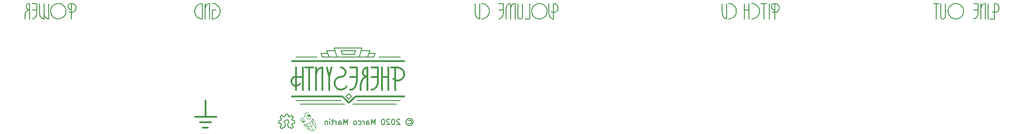
<source format=gbr>
G04 #@! TF.GenerationSoftware,KiCad,Pcbnew,5.1.5-5.1.5*
G04 #@! TF.CreationDate,2020-10-28T11:58:53+01:00*
G04 #@! TF.ProjectId,theresynth-backpanel,74686572-6573-4796-9e74-682d6261636b,rev?*
G04 #@! TF.SameCoordinates,Original*
G04 #@! TF.FileFunction,Legend,Bot*
G04 #@! TF.FilePolarity,Positive*
%FSLAX46Y46*%
G04 Gerber Fmt 4.6, Leading zero omitted, Abs format (unit mm)*
G04 Created by KiCad (PCBNEW 5.1.5-5.1.5) date 2020-10-28 11:58:53*
%MOMM*%
%LPD*%
G04 APERTURE LIST*
%ADD10C,0.180000*%
%ADD11C,0.300000*%
%ADD12C,0.150000*%
%ADD13C,0.100000*%
%ADD14C,0.120000*%
G04 APERTURE END LIST*
D10*
X137603165Y-40938963D02*
X137509045Y-41025097D01*
X137509045Y-41025097D02*
X137406805Y-41103192D01*
X137406805Y-41103192D02*
X137296260Y-41172856D01*
X137296260Y-41172856D02*
X137176176Y-41233895D01*
X137176176Y-41233895D02*
X137045802Y-41285209D01*
X137045802Y-41285209D02*
X136903873Y-41325292D01*
X136903873Y-41325292D02*
X136749578Y-41351738D01*
X136749578Y-41351738D02*
X136583459Y-41361339D01*
X136243308Y-38470000D02*
X136243308Y-41361339D01*
X135392913Y-40170788D02*
X135392913Y-38470000D01*
X136583459Y-38477176D02*
X136754137Y-38487168D01*
X136754137Y-38487168D02*
X136910222Y-38514352D01*
X136910222Y-38514352D02*
X137051465Y-38554810D01*
X137051465Y-38554810D02*
X137180664Y-38606257D01*
X137180664Y-38606257D02*
X137300317Y-38667690D01*
X137300317Y-38667690D02*
X137410730Y-38737910D01*
X137410730Y-38737910D02*
X137512592Y-38816350D01*
X137512592Y-38816350D02*
X137608118Y-38904531D01*
X137608118Y-38904531D02*
X137693821Y-38999037D01*
X137693821Y-38999037D02*
X137771608Y-39101772D01*
X137771608Y-39101772D02*
X137841473Y-39213751D01*
X137841473Y-39213751D02*
X137901958Y-39334283D01*
X137901958Y-39334283D02*
X137952228Y-39464073D01*
X137952228Y-39464073D02*
X137991328Y-39605588D01*
X137991328Y-39605588D02*
X138017018Y-39761594D01*
X138017018Y-39761594D02*
X138025541Y-39919257D01*
X138025541Y-39919257D02*
X138015473Y-40089372D01*
X138015473Y-40089372D02*
X137988445Y-40244237D01*
X137988445Y-40244237D02*
X137948172Y-40385245D01*
X137948172Y-40385245D02*
X137896967Y-40514478D01*
X137896967Y-40514478D02*
X137836103Y-40633731D01*
X137836103Y-40633731D02*
X137766288Y-40744189D01*
X137766288Y-40744189D02*
X137687872Y-40846548D01*
X137687872Y-40846548D02*
X137603165Y-40938963D01*
X136243308Y-41361339D02*
X136080486Y-41343073D01*
X136080486Y-41343073D02*
X135946297Y-41297149D01*
X135946297Y-41297149D02*
X135830814Y-41230079D01*
X135830814Y-41230079D02*
X135732078Y-41146769D01*
X135732078Y-41146769D02*
X135648002Y-41050361D01*
X135648002Y-41050361D02*
X135575353Y-40939938D01*
X135575353Y-40939938D02*
X135515346Y-40819169D01*
X135515346Y-40819169D02*
X135466877Y-40687450D01*
X135466877Y-40687450D02*
X135428200Y-40535937D01*
X135428200Y-40535937D02*
X135403958Y-40379026D01*
X135403958Y-40379026D02*
X135393243Y-40207488D01*
X135393243Y-40207488D02*
X135392913Y-40170788D01*
X55960630Y-38467638D02*
X55960630Y-41358977D01*
X150506451Y-39958178D02*
X150401156Y-40033474D01*
X150401156Y-40033474D02*
X150279105Y-40094139D01*
X150279105Y-40094139D02*
X150140167Y-40135940D01*
X150140167Y-40135940D02*
X149976861Y-40153473D01*
X149976861Y-40153473D02*
X149808842Y-40137881D01*
X149808842Y-40137881D02*
X149668660Y-40097337D01*
X149668660Y-40097337D02*
X149552363Y-40041649D01*
X226316804Y-39917265D02*
X226304607Y-40104596D01*
X226304607Y-40104596D02*
X226275853Y-40258612D01*
X226275853Y-40258612D02*
X226233896Y-40399236D01*
X226233896Y-40399236D02*
X226181391Y-40527361D01*
X226181391Y-40527361D02*
X226118830Y-40646499D01*
X226118830Y-40646499D02*
X226047989Y-40755747D01*
X226047989Y-40755747D02*
X225968853Y-40856692D01*
X225968853Y-40856692D02*
X225881365Y-40949907D01*
X225881365Y-40949907D02*
X225784799Y-41035937D01*
X225784799Y-41035937D02*
X225680491Y-41113239D01*
X225680491Y-41113239D02*
X225595763Y-41166145D01*
X220706301Y-38470000D02*
X221726773Y-38470000D01*
X85106301Y-38467638D02*
X85106301Y-38467638D01*
X222917154Y-40974702D02*
X222885486Y-41123715D01*
X222885486Y-41123715D02*
X222812693Y-41233037D01*
X222812693Y-41233037D02*
X222711144Y-41311872D01*
X222711144Y-41311872D02*
X222704639Y-41315424D01*
X60212600Y-38467638D02*
X60053786Y-38489176D01*
X60053786Y-38489176D02*
X59925620Y-38541659D01*
X59925620Y-38541659D02*
X59819771Y-38616440D01*
X59819771Y-38616440D02*
X59733317Y-38711106D01*
X59733317Y-38711106D02*
X59667393Y-38825673D01*
X59667393Y-38825673D02*
X59626086Y-38965157D01*
X59626086Y-38965157D02*
X59617989Y-39063579D01*
X183603165Y-40938963D02*
X183509045Y-41025097D01*
X183509045Y-41025097D02*
X183406805Y-41103192D01*
X183406805Y-41103192D02*
X183296260Y-41172856D01*
X183296260Y-41172856D02*
X183176176Y-41233895D01*
X183176176Y-41233895D02*
X183045802Y-41285209D01*
X183045802Y-41285209D02*
X182903873Y-41325292D01*
X182903873Y-41325292D02*
X182749578Y-41351738D01*
X182749578Y-41351738D02*
X182583459Y-41361339D01*
X191953252Y-39019222D02*
X191991290Y-39161695D01*
X191991290Y-39161695D02*
X192003220Y-39331031D01*
X192003220Y-39331031D02*
X191982051Y-39493224D01*
X191982051Y-39493224D02*
X191937685Y-39629938D01*
X191937685Y-39629938D02*
X191875995Y-39748457D01*
X191875995Y-39748457D02*
X191798634Y-39852754D01*
X191798634Y-39852754D02*
X191707531Y-39942498D01*
X191707531Y-39942498D02*
X191705372Y-39944321D01*
X191168723Y-38469890D02*
X191333339Y-38486230D01*
X191333339Y-38486230D02*
X191473423Y-38527436D01*
X191473423Y-38527436D02*
X191595750Y-38587355D01*
X191595750Y-38587355D02*
X191701833Y-38662252D01*
X191701833Y-38662252D02*
X191793724Y-38751184D01*
X191793724Y-38751184D02*
X191871511Y-38854006D01*
X191871511Y-38854006D02*
X191934500Y-38972174D01*
X191934500Y-38972174D02*
X191953252Y-39019222D01*
X185535434Y-41361339D02*
X185535434Y-38470000D01*
X83576361Y-38897190D02*
X83489325Y-38992366D01*
X83489325Y-38992366D02*
X83410865Y-39095356D01*
X83410865Y-39095356D02*
X83341374Y-39206002D01*
X83341374Y-39206002D02*
X83280745Y-39325674D01*
X83280745Y-39325674D02*
X83229930Y-39455063D01*
X83229930Y-39455063D02*
X83190024Y-39596473D01*
X83190024Y-39596473D02*
X83163528Y-39751181D01*
X83163528Y-39751181D02*
X83153985Y-39916896D01*
X222917290Y-40976063D02*
X222917154Y-40974702D01*
X59203192Y-39914903D02*
X59203192Y-39914903D01*
X185535434Y-39660551D02*
X186385828Y-39660551D01*
X186385828Y-41361339D02*
X186385828Y-38470000D01*
X188596852Y-38470000D02*
X189617324Y-38470000D01*
X148072031Y-41172760D02*
X147952801Y-41234397D01*
X147952801Y-41234397D02*
X147824425Y-41286060D01*
X147824425Y-41286060D02*
X147684887Y-41326801D01*
X147684887Y-41326801D02*
X147532239Y-41354534D01*
X147532239Y-41354534D02*
X147363388Y-41365907D01*
X147363388Y-41365907D02*
X147191498Y-41357121D01*
X147191498Y-41357121D02*
X147037104Y-41331412D01*
X147037104Y-41331412D02*
X146894328Y-41291779D01*
X146894328Y-41291779D02*
X146760032Y-41239333D01*
X146760032Y-41239333D02*
X146640095Y-41178563D01*
X146640095Y-41178563D02*
X146629949Y-41172760D01*
X187915772Y-40938963D02*
X187821652Y-41025097D01*
X187821652Y-41025097D02*
X187719412Y-41103192D01*
X187719412Y-41103192D02*
X187608867Y-41172856D01*
X187608867Y-41172856D02*
X187488783Y-41233895D01*
X187488783Y-41233895D02*
X187358409Y-41285209D01*
X187358409Y-41285209D02*
X187216480Y-41325292D01*
X187216480Y-41325292D02*
X187062185Y-41351738D01*
X187062185Y-41351738D02*
X186896066Y-41361339D01*
X188338148Y-39919257D02*
X188328080Y-40089372D01*
X188328080Y-40089372D02*
X188301051Y-40244237D01*
X188301051Y-40244237D02*
X188260778Y-40385245D01*
X188260778Y-40385245D02*
X188209573Y-40514478D01*
X188209573Y-40514478D02*
X188148710Y-40633731D01*
X188148710Y-40633731D02*
X188078895Y-40744189D01*
X188078895Y-40744189D02*
X188000479Y-40846548D01*
X188000479Y-40846548D02*
X187915772Y-40938963D01*
X222067095Y-40974702D02*
X222066925Y-40976233D01*
X186896066Y-38477176D02*
X187066744Y-38487168D01*
X187066744Y-38487168D02*
X187222829Y-38514352D01*
X187222829Y-38514352D02*
X187364072Y-38554810D01*
X187364072Y-38554810D02*
X187493271Y-38606257D01*
X187493271Y-38606257D02*
X187612924Y-38667690D01*
X187612924Y-38667690D02*
X187723337Y-38737910D01*
X187723337Y-38737910D02*
X187825199Y-38816350D01*
X187825199Y-38816350D02*
X187920725Y-38904531D01*
X187920725Y-38904531D02*
X188006428Y-38999037D01*
X188006428Y-38999037D02*
X188084215Y-39101772D01*
X188084215Y-39101772D02*
X188154080Y-39213751D01*
X188154080Y-39213751D02*
X188214565Y-39334283D01*
X188214565Y-39334283D02*
X188264835Y-39464073D01*
X188264835Y-39464073D02*
X188303935Y-39605588D01*
X188303935Y-39605588D02*
X188329625Y-39761594D01*
X188329625Y-39761594D02*
X188338148Y-39919257D01*
X189107088Y-41361339D02*
X189107088Y-38470000D01*
X85106301Y-39658189D02*
X85106301Y-41358977D01*
X53749608Y-38488898D02*
X52899214Y-38488898D01*
X59203192Y-39914903D02*
X59190995Y-40102234D01*
X59190995Y-40102234D02*
X59162241Y-40256250D01*
X59162241Y-40256250D02*
X59120284Y-40396874D01*
X59120284Y-40396874D02*
X59067779Y-40524999D01*
X59067779Y-40524999D02*
X59005218Y-40644137D01*
X59005218Y-40644137D02*
X58934377Y-40753385D01*
X58934377Y-40753385D02*
X58855241Y-40854330D01*
X58855241Y-40854330D02*
X58767753Y-40947545D01*
X58767753Y-40947545D02*
X58671187Y-41033574D01*
X58671187Y-41033574D02*
X58566879Y-41110876D01*
X58566879Y-41110876D02*
X58482151Y-41163782D01*
X84596068Y-38474814D02*
X84423744Y-38485137D01*
X84423744Y-38485137D02*
X84269198Y-38512338D01*
X84269198Y-38512338D02*
X84129030Y-38552529D01*
X84129030Y-38552529D02*
X84000085Y-38603723D01*
X84000085Y-38603723D02*
X83879432Y-38665471D01*
X83879432Y-38665471D02*
X83767729Y-38736437D01*
X83767729Y-38736437D02*
X83665472Y-38815250D01*
X83665472Y-38815250D02*
X83576361Y-38897190D01*
X52388978Y-41358978D02*
X52388978Y-38467640D01*
X182583459Y-38477176D02*
X182754137Y-38487168D01*
X182754137Y-38487168D02*
X182910222Y-38514352D01*
X182910222Y-38514352D02*
X183051465Y-38554810D01*
X183051465Y-38554810D02*
X183180664Y-38606257D01*
X183180664Y-38606257D02*
X183300317Y-38667690D01*
X183300317Y-38667690D02*
X183410730Y-38737910D01*
X183410730Y-38737910D02*
X183512592Y-38816350D01*
X183512592Y-38816350D02*
X183608118Y-38904531D01*
X183608118Y-38904531D02*
X183693821Y-38999037D01*
X183693821Y-38999037D02*
X183771608Y-39101772D01*
X183771608Y-39101772D02*
X183841473Y-39213751D01*
X183841473Y-39213751D02*
X183901958Y-39334283D01*
X183901958Y-39334283D02*
X183952228Y-39464073D01*
X183952228Y-39464073D02*
X183991328Y-39605588D01*
X183991328Y-39605588D02*
X184017018Y-39761594D01*
X184017018Y-39761594D02*
X184025541Y-39919257D01*
X190127560Y-41361339D02*
X190127560Y-38470000D01*
X149969801Y-38483747D02*
X150134417Y-38500087D01*
X150134417Y-38500087D02*
X150274501Y-38541293D01*
X150274501Y-38541293D02*
X150396828Y-38601212D01*
X150396828Y-38601212D02*
X150502911Y-38676109D01*
X150502911Y-38676109D02*
X150594802Y-38765041D01*
X150594802Y-38765041D02*
X150672589Y-38867863D01*
X150672589Y-38867863D02*
X150735578Y-38986031D01*
X150735578Y-38986031D02*
X150754330Y-39033079D01*
X191148033Y-38470000D02*
X191148033Y-38470000D01*
X87909011Y-39914425D02*
X87898944Y-40085705D01*
X87898944Y-40085705D02*
X87872331Y-40239139D01*
X87872331Y-40239139D02*
X87832170Y-40380345D01*
X87832170Y-40380345D02*
X87780941Y-40509819D01*
X87780941Y-40509819D02*
X87719572Y-40630011D01*
X87719572Y-40630011D02*
X87646083Y-40745629D01*
X87646083Y-40745629D02*
X87566507Y-40848520D01*
X87566507Y-40848520D02*
X87479342Y-40942617D01*
X87479342Y-40942617D02*
X87384641Y-41028321D01*
X87384641Y-41028321D02*
X87281278Y-41106397D01*
X87281278Y-41106397D02*
X87169100Y-41176174D01*
X87169100Y-41176174D02*
X87048889Y-41236311D01*
X87048889Y-41236311D02*
X86913697Y-41288183D01*
X86913697Y-41288183D02*
X86765799Y-41327851D01*
X86765799Y-41327851D02*
X86609255Y-41352012D01*
X86609255Y-41352012D02*
X86466929Y-41358977D01*
X86466929Y-39658189D02*
X87147247Y-39658189D01*
X86466929Y-41358977D02*
X86466929Y-39658189D01*
X60212600Y-38467638D02*
X60212600Y-38467638D01*
X55960630Y-41358977D02*
X55797808Y-41340711D01*
X55797808Y-41340711D02*
X55663619Y-41294787D01*
X55663619Y-41294787D02*
X55548137Y-41227717D01*
X55548137Y-41227717D02*
X55449401Y-41144407D01*
X55449401Y-41144407D02*
X55365327Y-41047998D01*
X55365327Y-41047998D02*
X55292678Y-40937575D01*
X55292678Y-40937575D02*
X55232671Y-40816806D01*
X55232671Y-40816806D02*
X55184202Y-40685087D01*
X55184202Y-40685087D02*
X55145525Y-40533575D01*
X55145525Y-40533575D02*
X55121283Y-40376664D01*
X55121283Y-40376664D02*
X55110568Y-40205126D01*
X55110568Y-40205126D02*
X55110238Y-40168426D01*
X52388978Y-38467640D02*
X52388978Y-38467640D01*
X191148033Y-41361339D02*
X191148033Y-38470000D01*
X190553422Y-39065941D02*
X190575106Y-39225628D01*
X190575106Y-39225628D02*
X190628435Y-39355267D01*
X190628435Y-39355267D02*
X190703416Y-39460765D01*
X190703416Y-39460765D02*
X190798373Y-39546928D01*
X190798373Y-39546928D02*
X190913665Y-39612579D01*
X190913665Y-39612579D02*
X191053329Y-39653048D01*
X191053329Y-39653048D02*
X191148033Y-39660551D01*
X191148033Y-38470000D02*
X190989219Y-38491538D01*
X190989219Y-38491538D02*
X190861053Y-38544021D01*
X190861053Y-38544021D02*
X190755204Y-38618802D01*
X190755204Y-38618802D02*
X190668750Y-38713468D01*
X190668750Y-38713468D02*
X190602826Y-38828035D01*
X190602826Y-38828035D02*
X190561519Y-38967519D01*
X190561519Y-38967519D02*
X190553422Y-39065941D01*
X57040069Y-38666023D02*
X57159292Y-38604376D01*
X57159292Y-38604376D02*
X57290111Y-38551864D01*
X57290111Y-38551864D02*
X57430062Y-38511299D01*
X57430062Y-38511299D02*
X57582754Y-38483878D01*
X57582754Y-38483878D02*
X57757460Y-38472822D01*
X57757460Y-38472822D02*
X57927853Y-38482480D01*
X57927853Y-38482480D02*
X58083573Y-38509303D01*
X58083573Y-38509303D02*
X58226512Y-38549945D01*
X58226512Y-38549945D02*
X58357494Y-38601897D01*
X58357494Y-38601897D02*
X58477570Y-38663388D01*
X58477570Y-38663388D02*
X58482151Y-38666023D01*
X54259846Y-40168426D02*
X54259846Y-38467638D01*
X51794367Y-39063578D02*
X51816051Y-39223265D01*
X51816051Y-39223265D02*
X51869380Y-39352904D01*
X51869380Y-39352904D02*
X51944361Y-39458402D01*
X51944361Y-39458402D02*
X52039318Y-39544565D01*
X52039318Y-39544565D02*
X52154610Y-39610216D01*
X52154610Y-39610216D02*
X52294274Y-39650686D01*
X52294274Y-39650686D02*
X52388978Y-39658189D01*
X55110238Y-41358977D02*
X54947415Y-41340711D01*
X54947415Y-41340711D02*
X54813226Y-41294787D01*
X54813226Y-41294787D02*
X54697744Y-41227717D01*
X54697744Y-41227717D02*
X54599008Y-41144407D01*
X54599008Y-41144407D02*
X54514933Y-41047998D01*
X54514933Y-41047998D02*
X54442284Y-40937575D01*
X54442284Y-40937575D02*
X54382279Y-40816806D01*
X54382279Y-40816806D02*
X54333810Y-40685087D01*
X54333810Y-40685087D02*
X54295133Y-40533575D01*
X54295133Y-40533575D02*
X54270891Y-40376664D01*
X54270891Y-40376664D02*
X54260176Y-40205126D01*
X54260176Y-40205126D02*
X54259846Y-40168426D01*
X60234064Y-38467528D02*
X60398680Y-38483867D01*
X60398680Y-38483867D02*
X60538764Y-38525073D01*
X60538764Y-38525073D02*
X60661091Y-38584992D01*
X60661091Y-38584992D02*
X60767174Y-38659889D01*
X60767174Y-38659889D02*
X60859065Y-38748821D01*
X60859065Y-38748821D02*
X60936852Y-38851643D01*
X60936852Y-38851643D02*
X60999841Y-38969812D01*
X60999841Y-38969812D02*
X61018593Y-39016860D01*
X85956694Y-38467638D02*
X85793354Y-38486016D01*
X85793354Y-38486016D02*
X85657474Y-38532843D01*
X85657474Y-38532843D02*
X85542910Y-38599807D01*
X85542910Y-38599807D02*
X85445335Y-38682325D01*
X85445335Y-38682325D02*
X85361389Y-38778610D01*
X85361389Y-38778610D02*
X85289325Y-38888009D01*
X85289325Y-38888009D02*
X85229221Y-39008667D01*
X85229221Y-39008667D02*
X85180585Y-39140490D01*
X85180585Y-39140490D02*
X85143541Y-39283542D01*
X85143541Y-39283542D02*
X85118547Y-39439167D01*
X85118547Y-39439167D02*
X85106929Y-39607683D01*
X85106929Y-39607683D02*
X85106301Y-39658189D01*
X51538584Y-40848742D02*
X51538584Y-41358978D01*
X181392913Y-40170788D02*
X181392913Y-38470000D01*
X60212600Y-41358977D02*
X60212600Y-38467638D01*
X59617989Y-39063579D02*
X59639673Y-39223266D01*
X59639673Y-39223266D02*
X59693002Y-39352905D01*
X59693002Y-39352905D02*
X59767983Y-39458403D01*
X59767983Y-39458403D02*
X59862940Y-39544566D01*
X59862940Y-39544566D02*
X59978232Y-39610217D01*
X59978232Y-39610217D02*
X60117896Y-39650686D01*
X60117896Y-39650686D02*
X60212600Y-39658189D01*
X53749608Y-40168426D02*
X53749608Y-38488898D01*
X226316804Y-39917265D02*
X226316804Y-39917265D01*
X224153681Y-38668385D02*
X224272904Y-38606738D01*
X224272904Y-38606738D02*
X224403723Y-38554226D01*
X224403723Y-38554226D02*
X224543674Y-38513661D01*
X224543674Y-38513661D02*
X224696366Y-38486240D01*
X224696366Y-38486240D02*
X224871072Y-38475184D01*
X224871072Y-38475184D02*
X225041465Y-38484842D01*
X225041465Y-38484842D02*
X225197185Y-38511665D01*
X225197185Y-38511665D02*
X225340124Y-38552307D01*
X225340124Y-38552307D02*
X225471106Y-38604259D01*
X225471106Y-38604259D02*
X225591182Y-38665750D01*
X225591182Y-38665750D02*
X225595763Y-38668385D01*
X84596068Y-41361448D02*
X84596068Y-38470109D01*
X58482151Y-41163782D02*
X58362921Y-41225419D01*
X58362921Y-41225419D02*
X58234545Y-41277082D01*
X58234545Y-41277082D02*
X58095007Y-41317823D01*
X58095007Y-41317823D02*
X57942359Y-41345556D01*
X57942359Y-41345556D02*
X57773508Y-41356929D01*
X57773508Y-41356929D02*
X57601618Y-41348143D01*
X57601618Y-41348143D02*
X57447224Y-41322434D01*
X57447224Y-41322434D02*
X57304448Y-41282801D01*
X57304448Y-41282801D02*
X57170152Y-41230355D01*
X57170152Y-41230355D02*
X57050215Y-41169585D01*
X57050215Y-41169585D02*
X57040069Y-41163782D01*
X61018593Y-39016860D02*
X61056631Y-39159333D01*
X61056631Y-39159333D02*
X61068561Y-39328669D01*
X61068561Y-39328669D02*
X61047392Y-39490862D01*
X61047392Y-39490862D02*
X61003026Y-39627575D01*
X61003026Y-39627575D02*
X60941336Y-39746094D01*
X60941336Y-39746094D02*
X60863975Y-39850391D01*
X60863975Y-39850391D02*
X60772872Y-39940136D01*
X60772872Y-39940136D02*
X60770713Y-39941959D01*
X148793072Y-39923880D02*
X148780875Y-40111211D01*
X148780875Y-40111211D02*
X148752121Y-40265227D01*
X148752121Y-40265227D02*
X148710164Y-40405851D01*
X148710164Y-40405851D02*
X148657659Y-40533976D01*
X148657659Y-40533976D02*
X148595098Y-40653114D01*
X148595098Y-40653114D02*
X148524257Y-40762362D01*
X148524257Y-40762362D02*
X148445121Y-40863307D01*
X148445121Y-40863307D02*
X148357633Y-40956522D01*
X148357633Y-40956522D02*
X148261067Y-41042552D01*
X148261067Y-41042552D02*
X148156759Y-41119854D01*
X148156759Y-41119854D02*
X148072031Y-41172760D01*
X149970080Y-38482599D02*
X149970080Y-41373937D01*
X182243308Y-41361339D02*
X182080486Y-41343073D01*
X182080486Y-41343073D02*
X181946297Y-41297149D01*
X181946297Y-41297149D02*
X181830814Y-41230079D01*
X181830814Y-41230079D02*
X181732078Y-41146769D01*
X181732078Y-41146769D02*
X181648002Y-41050361D01*
X181648002Y-41050361D02*
X181575353Y-40939938D01*
X181575353Y-40939938D02*
X181515346Y-40819169D01*
X181515346Y-40819169D02*
X181466877Y-40687450D01*
X181466877Y-40687450D02*
X181428200Y-40535937D01*
X181428200Y-40535937D02*
X181403958Y-40379026D01*
X181403958Y-40379026D02*
X181393243Y-40207488D01*
X181393243Y-40207488D02*
X181392913Y-40170788D01*
X150754330Y-39033079D02*
X150792368Y-39175552D01*
X150792368Y-39175552D02*
X150804298Y-39344888D01*
X150804298Y-39344888D02*
X150783129Y-39507081D01*
X150783129Y-39507081D02*
X150738763Y-39643795D01*
X150738763Y-39643795D02*
X150677073Y-39762314D01*
X150677073Y-39762314D02*
X150599712Y-39866611D01*
X150599712Y-39866611D02*
X150508610Y-39956355D01*
X150508610Y-39956355D02*
X150506451Y-39958178D01*
X222704639Y-41315424D02*
X222570455Y-41361396D01*
X222570455Y-41361396D02*
X222393709Y-41357446D01*
X222393709Y-41357446D02*
X222279611Y-41315424D01*
X85106301Y-39658189D02*
X85106301Y-38467638D01*
X224153681Y-41166145D02*
X224043117Y-41095432D01*
X224043117Y-41095432D02*
X223939042Y-41014624D01*
X223939042Y-41014624D02*
X223845678Y-40927590D01*
X223845678Y-40927590D02*
X223759882Y-40832023D01*
X223759882Y-40832023D02*
X223681220Y-40726689D01*
X223681220Y-40726689D02*
X223612563Y-40614804D01*
X223612563Y-40614804D02*
X223551995Y-40491745D01*
X223551995Y-40491745D02*
X223502488Y-40360728D01*
X223502488Y-40360728D02*
X223464388Y-40218377D01*
X223464388Y-40218377D02*
X223439726Y-40060242D01*
X223439726Y-40060242D02*
X223432640Y-39917265D01*
X222917290Y-38475594D02*
X222917290Y-40976063D01*
X55110238Y-38467638D02*
X55110238Y-41358977D01*
X58482151Y-38666023D02*
X58593928Y-38737589D01*
X58593928Y-38737589D02*
X58696782Y-38817536D01*
X58696782Y-38817536D02*
X58790791Y-38905225D01*
X58790791Y-38905225D02*
X58876872Y-39001266D01*
X58876872Y-39001266D02*
X58954705Y-39105619D01*
X58954705Y-39105619D02*
X59023260Y-39217355D01*
X59023260Y-39217355D02*
X59084122Y-39341085D01*
X59084122Y-39341085D02*
X59133675Y-39472479D01*
X59133675Y-39472479D02*
X59171743Y-39615225D01*
X59171743Y-39615225D02*
X59196102Y-39771920D01*
X59196102Y-39771920D02*
X59203192Y-39914903D01*
X225595763Y-41166145D02*
X225476533Y-41227782D01*
X225476533Y-41227782D02*
X225348157Y-41279445D01*
X225348157Y-41279445D02*
X225208619Y-41320186D01*
X225208619Y-41320186D02*
X225055971Y-41347919D01*
X225055971Y-41347919D02*
X224887120Y-41359292D01*
X224887120Y-41359292D02*
X224715230Y-41350506D01*
X224715230Y-41350506D02*
X224560836Y-41324797D01*
X224560836Y-41324797D02*
X224418060Y-41285164D01*
X224418060Y-41285164D02*
X224283764Y-41232718D01*
X224283764Y-41232718D02*
X224163827Y-41171948D01*
X224163827Y-41171948D02*
X224153681Y-41166145D01*
X223432640Y-39917265D02*
X223442670Y-39747263D01*
X223442670Y-39747263D02*
X223469420Y-39593468D01*
X223469420Y-39593468D02*
X223510714Y-39449115D01*
X223510714Y-39449115D02*
X223562085Y-39320090D01*
X223562085Y-39320090D02*
X223623295Y-39200649D01*
X223623295Y-39200649D02*
X223693330Y-39090249D01*
X223693330Y-39090249D02*
X223772045Y-38987866D01*
X223772045Y-38987866D02*
X223858505Y-38894030D01*
X223858505Y-38894030D02*
X223953193Y-38807988D01*
X223953193Y-38807988D02*
X224056590Y-38729699D01*
X224056590Y-38729699D02*
X224153681Y-38668385D01*
X86466929Y-41358977D02*
X86466929Y-41358977D01*
X60770713Y-39941959D02*
X60665418Y-40017255D01*
X60665418Y-40017255D02*
X60543367Y-40077920D01*
X60543367Y-40077920D02*
X60404429Y-40119721D01*
X60404429Y-40119721D02*
X60241123Y-40137254D01*
X60241123Y-40137254D02*
X60073103Y-40121662D01*
X60073103Y-40121662D02*
X59932921Y-40081118D01*
X59932921Y-40081118D02*
X59816624Y-40025430D01*
X139765356Y-39673150D02*
X140615749Y-39673150D01*
X222279611Y-41315424D02*
X222176345Y-41238051D01*
X222176345Y-41238051D02*
X222102184Y-41131247D01*
X222102184Y-41131247D02*
X222067267Y-40985999D01*
X222067267Y-40985999D02*
X222067095Y-40974702D01*
X230911025Y-41361339D02*
X230911025Y-38470000D01*
X52388978Y-38467640D02*
X52230164Y-38489178D01*
X52230164Y-38489178D02*
X52101998Y-38541660D01*
X52101998Y-38541660D02*
X51996149Y-38616440D01*
X51996149Y-38616440D02*
X51909695Y-38711105D01*
X51909695Y-38711105D02*
X51843771Y-38825672D01*
X51843771Y-38825672D02*
X51802464Y-38965156D01*
X51802464Y-38965156D02*
X51794367Y-39063578D01*
X141976379Y-38482599D02*
X141813039Y-38500977D01*
X141813039Y-38500977D02*
X141677159Y-38547804D01*
X141677159Y-38547804D02*
X141562595Y-38614768D01*
X141562595Y-38614768D02*
X141465020Y-38697286D01*
X141465020Y-38697286D02*
X141381074Y-38793571D01*
X141381074Y-38793571D02*
X141309010Y-38902970D01*
X141309010Y-38902970D02*
X141248906Y-39023628D01*
X141248906Y-39023628D02*
X141200270Y-39155451D01*
X141200270Y-39155451D02*
X141163226Y-39298503D01*
X141163226Y-39298503D02*
X141138232Y-39454128D01*
X141138232Y-39454128D02*
X141126614Y-39622644D01*
X141126614Y-39622644D02*
X141125986Y-39673150D01*
X141976379Y-41373937D02*
X141976379Y-38482599D01*
X229550395Y-38470001D02*
X229550395Y-38470001D01*
X85956694Y-41358977D02*
X85956694Y-38467638D01*
X139765356Y-41352677D02*
X139927482Y-41334570D01*
X139927482Y-41334570D02*
X140062040Y-41288634D01*
X140062040Y-41288634D02*
X140176695Y-41222230D01*
X140176695Y-41222230D02*
X140274776Y-41139888D01*
X140274776Y-41139888D02*
X140359178Y-41043643D01*
X140359178Y-41043643D02*
X140431053Y-40935187D01*
X140431053Y-40935187D02*
X140491519Y-40814655D01*
X140491519Y-40814655D02*
X140541136Y-40680842D01*
X140541136Y-40680842D02*
X140578315Y-40537643D01*
X140578315Y-40537643D02*
X140603386Y-40382076D01*
X140603386Y-40382076D02*
X140615116Y-40212624D01*
X140615116Y-40212624D02*
X140615749Y-40162126D01*
X191705372Y-39944321D02*
X191600078Y-40019617D01*
X191600078Y-40019617D02*
X191478027Y-40080282D01*
X191478027Y-40080282D02*
X191339089Y-40122083D01*
X191339089Y-40122083D02*
X191175783Y-40139616D01*
X191175783Y-40139616D02*
X191007764Y-40124024D01*
X191007764Y-40124024D02*
X190867582Y-40083480D01*
X190867582Y-40083480D02*
X190751285Y-40027792D01*
X86466929Y-38472343D02*
X86637607Y-38482335D01*
X86637607Y-38482335D02*
X86793692Y-38509519D01*
X86793692Y-38509519D02*
X86934935Y-38549977D01*
X86934935Y-38549977D02*
X87064134Y-38601424D01*
X87064134Y-38601424D02*
X87183787Y-38662857D01*
X87183787Y-38662857D02*
X87294200Y-38733077D01*
X87294200Y-38733077D02*
X87396062Y-38811517D01*
X87396062Y-38811517D02*
X87491588Y-38899698D01*
X87491588Y-38899698D02*
X87577291Y-38994204D01*
X87577291Y-38994204D02*
X87655078Y-39096939D01*
X87655078Y-39096939D02*
X87724943Y-39208919D01*
X87724943Y-39208919D02*
X87785428Y-39329451D01*
X87785428Y-39329451D02*
X87835698Y-39459241D01*
X87835698Y-39459241D02*
X87874798Y-39600756D01*
X87874798Y-39600756D02*
X87900488Y-39756762D01*
X87900488Y-39756762D02*
X87909011Y-39914425D01*
X141125986Y-39673150D02*
X141125986Y-41373937D01*
X140615749Y-40162126D02*
X140615749Y-38482599D01*
X56319028Y-39914903D02*
X56329058Y-39744901D01*
X56329058Y-39744901D02*
X56355808Y-39591106D01*
X56355808Y-39591106D02*
X56397102Y-39446753D01*
X56397102Y-39446753D02*
X56448473Y-39317727D01*
X56448473Y-39317727D02*
X56509683Y-39198286D01*
X56509683Y-39198286D02*
X56579718Y-39087886D01*
X56579718Y-39087886D02*
X56658433Y-38985503D01*
X56658433Y-38985503D02*
X56744893Y-38891667D01*
X56744893Y-38891667D02*
X56839581Y-38805625D01*
X56839581Y-38805625D02*
X56942978Y-38727336D01*
X56942978Y-38727336D02*
X57040069Y-38666023D01*
X140615749Y-38482599D02*
X139765356Y-38482599D01*
X229550395Y-39660551D02*
X229550395Y-38470001D01*
X142826773Y-41373937D02*
X142826773Y-38482599D01*
X57040069Y-41163782D02*
X56929505Y-41093069D01*
X56929505Y-41093069D02*
X56825430Y-41012262D01*
X56825430Y-41012262D02*
X56732066Y-40925228D01*
X56732066Y-40925228D02*
X56646270Y-40829661D01*
X56646270Y-40829661D02*
X56567608Y-40724327D01*
X56567608Y-40724327D02*
X56498951Y-40612442D01*
X56498951Y-40612442D02*
X56438383Y-40489383D01*
X56438383Y-40489383D02*
X56388876Y-40358366D01*
X56388876Y-40358366D02*
X56350776Y-40216015D01*
X56350776Y-40216015D02*
X56326114Y-40057880D01*
X56326114Y-40057880D02*
X56319028Y-39914903D01*
X143974752Y-41322429D02*
X143840568Y-41368399D01*
X143840568Y-41368399D02*
X143663823Y-41364449D01*
X143663823Y-41364449D02*
X143549725Y-41322429D01*
X143549725Y-41322429D02*
X143446459Y-41245056D01*
X143446459Y-41245056D02*
X143372299Y-41138252D01*
X143372299Y-41138252D02*
X143337382Y-40993004D01*
X143337382Y-40993004D02*
X143337210Y-40981707D01*
X221216537Y-41361339D02*
X221216537Y-38470000D01*
X222066925Y-40976233D02*
X222066925Y-38475649D01*
X144187403Y-38482599D02*
X144187403Y-40983068D01*
X83153985Y-39916896D02*
X83164341Y-40089488D01*
X83164341Y-40089488D02*
X83191384Y-40243221D01*
X83191384Y-40243221D02*
X83232236Y-40385485D01*
X83232236Y-40385485D02*
X83284375Y-40516120D01*
X83284375Y-40516120D02*
X83346014Y-40635911D01*
X83346014Y-40635911D02*
X83416562Y-40746584D01*
X83416562Y-40746584D02*
X83495320Y-40848543D01*
X83495320Y-40848543D02*
X83576362Y-40936602D01*
X144187403Y-40983068D02*
X144187267Y-40981707D01*
X52899214Y-39679449D02*
X53749608Y-39679449D01*
X229550395Y-39660551D02*
X229550395Y-41361339D01*
X230400789Y-41361339D02*
X230400789Y-38470000D01*
X143337210Y-40981707D02*
X143337040Y-40983238D01*
X143337040Y-40983238D02*
X143337040Y-38482648D01*
X230400789Y-38470000D02*
X230237448Y-38488378D01*
X230237448Y-38488378D02*
X230101568Y-38535205D01*
X230101568Y-38535205D02*
X229987004Y-38602169D01*
X229987004Y-38602169D02*
X229889429Y-38684687D01*
X229889429Y-38684687D02*
X229805483Y-38780972D01*
X229805483Y-38780972D02*
X229733419Y-38890371D01*
X229733419Y-38890371D02*
X229673315Y-39011029D01*
X229673315Y-39011029D02*
X229624679Y-39142852D01*
X229624679Y-39142852D02*
X229587635Y-39285904D01*
X229587635Y-39285904D02*
X229562641Y-39441529D01*
X229562641Y-39441529D02*
X229551023Y-39610045D01*
X229551023Y-39610045D02*
X229550395Y-39660551D01*
X142826773Y-38482599D02*
X142663433Y-38500977D01*
X142663433Y-38500977D02*
X142527553Y-38547804D01*
X142527553Y-38547804D02*
X142412989Y-38614768D01*
X142412989Y-38614768D02*
X142315414Y-38697286D01*
X142315414Y-38697286D02*
X142231468Y-38793571D01*
X142231468Y-38793571D02*
X142159404Y-38902970D01*
X142159404Y-38902970D02*
X142099299Y-39023628D01*
X142099299Y-39023628D02*
X142050663Y-39155451D01*
X142050663Y-39155451D02*
X142013619Y-39298503D01*
X142013619Y-39298503D02*
X141988625Y-39454128D01*
X141988625Y-39454128D02*
X141977007Y-39622644D01*
X141977007Y-39622644D02*
X141976379Y-39673150D01*
X144187267Y-40981707D02*
X144155599Y-41130720D01*
X144155599Y-41130720D02*
X144082806Y-41240042D01*
X144082806Y-41240042D02*
X143981257Y-41318877D01*
X143981257Y-41318877D02*
X143974752Y-41322429D01*
X52388978Y-39658191D02*
X52225637Y-39676569D01*
X52225637Y-39676569D02*
X52089757Y-39723396D01*
X52089757Y-39723396D02*
X51975193Y-39790360D01*
X51975193Y-39790360D02*
X51877618Y-39872878D01*
X51877618Y-39872878D02*
X51793672Y-39969163D01*
X51793672Y-39969163D02*
X51721608Y-40078562D01*
X51721608Y-40078562D02*
X51661504Y-40199220D01*
X51661504Y-40199220D02*
X51612868Y-40331043D01*
X51612868Y-40331043D02*
X51575824Y-40474095D01*
X51575824Y-40474095D02*
X51550830Y-40629720D01*
X51550830Y-40629720D02*
X51539212Y-40798236D01*
X51539212Y-40798236D02*
X51538584Y-40848742D01*
X182243308Y-38470000D02*
X182243308Y-41361339D01*
X228189765Y-39660551D02*
X229040159Y-39660551D01*
X145908908Y-39923880D02*
X145918938Y-39753878D01*
X145918938Y-39753878D02*
X145945688Y-39600083D01*
X145945688Y-39600083D02*
X145986982Y-39455730D01*
X145986982Y-39455730D02*
X146038353Y-39326705D01*
X146038353Y-39326705D02*
X146099562Y-39207264D01*
X146099562Y-39207264D02*
X146169597Y-39096864D01*
X146169597Y-39096864D02*
X146248312Y-38994481D01*
X146248312Y-38994481D02*
X146334772Y-38900645D01*
X146334772Y-38900645D02*
X146429461Y-38814603D01*
X146429461Y-38814603D02*
X146532858Y-38736314D01*
X146532858Y-38736314D02*
X146629949Y-38675000D01*
X83576362Y-40936602D02*
X83670580Y-41022826D01*
X83670580Y-41022826D02*
X83772712Y-41100831D01*
X83772712Y-41100831D02*
X83883259Y-41170495D01*
X83883259Y-41170495D02*
X84003342Y-41231534D01*
X84003342Y-41231534D02*
X84133193Y-41282671D01*
X84133193Y-41282671D02*
X84275645Y-41322931D01*
X84275645Y-41322931D02*
X84430353Y-41349426D01*
X84430353Y-41349426D02*
X84596068Y-41358978D01*
X225595763Y-38668385D02*
X225707540Y-38739952D01*
X225707540Y-38739952D02*
X225810394Y-38819899D01*
X225810394Y-38819899D02*
X225904403Y-38907588D01*
X225904403Y-38907588D02*
X225990484Y-39003629D01*
X225990484Y-39003629D02*
X226068317Y-39107982D01*
X226068317Y-39107982D02*
X226136872Y-39219718D01*
X226136872Y-39219718D02*
X226197734Y-39343448D01*
X226197734Y-39343448D02*
X226247287Y-39474841D01*
X226247287Y-39474841D02*
X226285355Y-39617587D01*
X226285355Y-39617587D02*
X226309714Y-39774282D01*
X226309714Y-39774282D02*
X226316804Y-39917265D01*
X229040159Y-38470000D02*
X228189765Y-38470000D01*
X229040159Y-40149528D02*
X229040159Y-38470000D01*
X146629949Y-38675000D02*
X146749172Y-38613353D01*
X146749172Y-38613353D02*
X146879991Y-38560841D01*
X146879991Y-38560841D02*
X147019942Y-38520276D01*
X147019942Y-38520276D02*
X147172634Y-38492855D01*
X147172634Y-38492855D02*
X147347340Y-38481799D01*
X147347340Y-38481799D02*
X147517733Y-38491457D01*
X147517733Y-38491457D02*
X147673453Y-38518280D01*
X147673453Y-38518280D02*
X147816392Y-38558922D01*
X147816392Y-38558922D02*
X147947374Y-38610874D01*
X147947374Y-38610874D02*
X148067450Y-38672365D01*
X148067450Y-38672365D02*
X148072031Y-38675000D01*
X148072031Y-38675000D02*
X148183808Y-38746567D01*
X148183808Y-38746567D02*
X148286662Y-38826514D01*
X148286662Y-38826514D02*
X148380671Y-38914203D01*
X148380671Y-38914203D02*
X148466752Y-39010244D01*
X148466752Y-39010244D02*
X148544585Y-39114597D01*
X148544585Y-39114597D02*
X148613140Y-39226333D01*
X148613140Y-39226333D02*
X148674002Y-39350063D01*
X148674002Y-39350063D02*
X148723555Y-39481456D01*
X148723555Y-39481456D02*
X148761623Y-39624202D01*
X148761623Y-39624202D02*
X148785982Y-39780897D01*
X148785982Y-39780897D02*
X148793072Y-39923880D01*
X149119686Y-40183386D02*
X149119686Y-38482599D01*
X148793072Y-39923880D02*
X148793072Y-39923880D01*
X232101576Y-41361339D02*
X231251182Y-41361339D01*
X145548033Y-38482599D02*
X145548033Y-41373937D01*
X232101576Y-38470000D02*
X232101576Y-41361339D01*
X145548033Y-41373937D02*
X144697639Y-41373937D01*
X228189765Y-41340079D02*
X228351891Y-41321972D01*
X228351891Y-41321972D02*
X228486449Y-41276036D01*
X228486449Y-41276036D02*
X228601104Y-41209632D01*
X228601104Y-41209632D02*
X228699186Y-41127290D01*
X228699186Y-41127290D02*
X228783588Y-41031045D01*
X228783588Y-41031045D02*
X228855463Y-40922589D01*
X228855463Y-40922589D02*
X228915929Y-40802057D01*
X228915929Y-40802057D02*
X228965546Y-40668244D01*
X228965546Y-40668244D02*
X229002725Y-40525045D01*
X229002725Y-40525045D02*
X229027796Y-40369478D01*
X229027796Y-40369478D02*
X229039526Y-40200026D01*
X229039526Y-40200026D02*
X229040159Y-40149528D01*
X146629949Y-41172760D02*
X146519385Y-41102047D01*
X146519385Y-41102047D02*
X146415310Y-41021239D01*
X146415310Y-41021239D02*
X146321945Y-40934205D01*
X146321945Y-40934205D02*
X146236149Y-40838638D01*
X146236149Y-40838638D02*
X146157487Y-40733304D01*
X146157487Y-40733304D02*
X146088830Y-40621419D01*
X146088830Y-40621419D02*
X146028263Y-40498360D01*
X146028263Y-40498360D02*
X145978756Y-40367343D01*
X145978756Y-40367343D02*
X145940656Y-40224992D01*
X145940656Y-40224992D02*
X145915994Y-40066857D01*
X145915994Y-40066857D02*
X145908908Y-39923880D01*
X184025541Y-39919257D02*
X184015473Y-40089372D01*
X184015473Y-40089372D02*
X183988445Y-40244237D01*
X183988445Y-40244237D02*
X183948172Y-40385245D01*
X183948172Y-40385245D02*
X183896967Y-40514478D01*
X183896967Y-40514478D02*
X183836103Y-40633731D01*
X183836103Y-40633731D02*
X183766288Y-40744189D01*
X183766288Y-40744189D02*
X183687872Y-40846548D01*
X183687872Y-40846548D02*
X183603165Y-40938963D01*
X232639938Y-39951048D02*
X232534644Y-40026344D01*
X232534644Y-40026344D02*
X232412593Y-40087009D01*
X232412593Y-40087009D02*
X232273655Y-40128810D01*
X232273655Y-40128810D02*
X232110349Y-40146343D01*
X232110349Y-40146343D02*
X231942329Y-40130751D01*
X231942329Y-40130751D02*
X231802147Y-40090207D01*
X231802147Y-40090207D02*
X231685850Y-40034519D01*
X232887818Y-39025949D02*
X232925856Y-39168422D01*
X232925856Y-39168422D02*
X232937786Y-39337758D01*
X232937786Y-39337758D02*
X232916617Y-39499951D01*
X232916617Y-39499951D02*
X232872251Y-39636664D01*
X232872251Y-39636664D02*
X232810561Y-39755183D01*
X232810561Y-39755183D02*
X232733200Y-39859480D01*
X232733200Y-39859480D02*
X232642097Y-39949225D01*
X232642097Y-39949225D02*
X232639938Y-39951048D01*
X232103289Y-38476616D02*
X232267905Y-38492956D01*
X232267905Y-38492956D02*
X232407989Y-38534162D01*
X232407989Y-38534162D02*
X232530316Y-38594081D01*
X232530316Y-38594081D02*
X232636399Y-38668978D01*
X232636399Y-38668978D02*
X232728290Y-38757910D01*
X232728290Y-38757910D02*
X232806077Y-38860732D01*
X232806077Y-38860732D02*
X232869066Y-38978901D01*
X232869066Y-38978901D02*
X232887818Y-39025949D01*
X52899214Y-41358977D02*
X53061340Y-41340870D01*
X53061340Y-41340870D02*
X53195898Y-41294934D01*
X53195898Y-41294934D02*
X53310553Y-41228530D01*
X53310553Y-41228530D02*
X53408635Y-41146188D01*
X53408635Y-41146188D02*
X53493037Y-41049942D01*
X53493037Y-41049942D02*
X53564912Y-40941486D01*
X53564912Y-40941486D02*
X53625378Y-40820954D01*
X53625378Y-40820954D02*
X53674995Y-40687141D01*
X53674995Y-40687141D02*
X53712174Y-40543943D01*
X53712174Y-40543943D02*
X53737245Y-40388376D01*
X53737245Y-40388376D02*
X53748975Y-40218924D01*
X53748975Y-40218924D02*
X53749608Y-40168426D01*
X149970080Y-41373937D02*
X149807258Y-41355671D01*
X149807258Y-41355671D02*
X149673069Y-41309747D01*
X149673069Y-41309747D02*
X149557586Y-41242677D01*
X149557586Y-41242677D02*
X149458850Y-41159367D01*
X149458850Y-41159367D02*
X149374775Y-41062959D01*
X149374775Y-41062959D02*
X149302126Y-40952536D01*
X149302126Y-40952536D02*
X149242119Y-40831767D01*
X149242119Y-40831767D02*
X149193650Y-40700048D01*
X149193650Y-40700048D02*
X149154973Y-40548535D01*
X149154973Y-40548535D02*
X149130731Y-40391624D01*
X149130731Y-40391624D02*
X149120016Y-40220086D01*
X149120016Y-40220086D02*
X149119686Y-40183386D01*
D11*
X85600000Y-61670000D02*
X84700000Y-61670000D01*
X86200000Y-60670000D02*
X84200000Y-60670000D01*
X87200000Y-59670000D02*
X83200000Y-59670000D01*
X85200000Y-56670000D02*
X85200000Y-59670000D01*
X109203735Y-53183733D02*
X109187643Y-53468168D01*
X109187643Y-53468168D02*
X109232802Y-53726357D01*
X109232802Y-53726357D02*
X109318669Y-53941471D01*
X109318669Y-53941471D02*
X109435763Y-54125424D01*
X109435763Y-54125424D02*
X109580639Y-54282139D01*
X109580639Y-54282139D02*
X109752825Y-54411926D01*
X109752825Y-54411926D02*
X109953063Y-54511924D01*
X109953063Y-54511924D02*
X109979495Y-54521853D01*
D12*
X109650390Y-48520000D02*
X108175234Y-48520000D01*
X106700078Y-47785459D02*
X106945937Y-48520000D01*
X102028752Y-56599939D02*
X110387968Y-56599939D01*
D11*
X115305156Y-50478775D02*
X115044823Y-50518917D01*
X115044823Y-50518917D02*
X114839143Y-50615942D01*
X114839143Y-50615942D02*
X114673689Y-50755044D01*
X114673689Y-50755044D02*
X114547724Y-50931217D01*
X114547724Y-50931217D02*
X114465996Y-51150406D01*
X114465996Y-51150406D02*
X114445610Y-51336695D01*
D12*
X115796875Y-47295769D02*
X114182289Y-47295769D01*
X113830000Y-48520000D02*
X111740195Y-48520000D01*
D11*
X121563155Y-52723194D02*
X121356398Y-52817531D01*
X121356398Y-52817531D02*
X121113352Y-52874519D01*
X121113352Y-52874519D02*
X120813857Y-52875404D01*
X120813857Y-52875404D02*
X120569149Y-52819595D01*
X120569149Y-52819595D02*
X120360344Y-52725641D01*
X120360344Y-52725641D02*
X120179341Y-52599185D01*
X120179341Y-52599185D02*
X120106336Y-52532191D01*
X110686250Y-50530496D02*
X110884311Y-50632865D01*
X110884311Y-50632865D02*
X111042900Y-50775423D01*
X111042900Y-50775423D02*
X111162978Y-50955872D01*
X111162978Y-50955872D02*
X111238003Y-51181430D01*
X111238003Y-51181430D02*
X111239072Y-51481724D01*
X111239072Y-51481724D02*
X111238757Y-51483524D01*
X102014026Y-52193539D02*
X101753776Y-52233591D01*
X101753776Y-52233591D02*
X101548066Y-52330193D01*
X101548066Y-52330193D02*
X101383585Y-52467641D01*
X101383585Y-52467641D02*
X101257689Y-52642595D01*
X101257689Y-52642595D02*
X101175549Y-52861108D01*
X101175549Y-52861108D02*
X101167537Y-52900901D01*
D12*
X113092421Y-47295764D02*
X112833475Y-48030305D01*
D11*
X113338281Y-50478775D02*
X112108984Y-50478775D01*
X108593925Y-50478775D02*
X108175234Y-52192701D01*
X110392268Y-52190886D02*
X110392268Y-52190886D01*
X102028749Y-54641163D02*
X102028749Y-50478775D01*
X118009610Y-52192701D02*
X119238907Y-52192701D01*
X115305156Y-52192701D02*
X115038105Y-52226820D01*
X115038105Y-52226820D02*
X114822658Y-52311425D01*
X114822658Y-52311425D02*
X114642851Y-52432214D01*
X114642851Y-52432214D02*
X114491734Y-52581758D01*
X114491734Y-52581758D02*
X114365341Y-52756098D01*
X114365341Y-52756098D02*
X114261853Y-52952659D01*
X114261853Y-52952659D02*
X114180024Y-53171709D01*
X114180024Y-53171709D02*
X114120463Y-53413578D01*
X114120463Y-53413578D02*
X114084825Y-53680769D01*
X114084825Y-53680769D02*
X114075859Y-53906631D01*
X101291173Y-55865403D02*
X101291173Y-55865403D01*
X115305156Y-50478775D02*
X115305156Y-50478775D01*
D12*
X108175234Y-48520000D02*
X107683515Y-47295769D01*
D11*
X111863124Y-57089634D02*
X110633830Y-55865403D01*
X104487343Y-54641163D02*
X104487343Y-50478775D01*
D12*
X111371406Y-55865403D02*
X111863124Y-56355093D01*
X107881938Y-47785459D02*
X106700078Y-47785459D01*
D11*
X119730626Y-50478775D02*
X120959923Y-50478775D01*
X105716639Y-52192701D02*
X105716639Y-54641163D01*
X109979495Y-54521853D02*
X110221815Y-54582422D01*
X110221815Y-54582422D02*
X110516689Y-54588034D01*
X110516689Y-54588034D02*
X110764747Y-54535656D01*
X110764747Y-54535656D02*
X110976324Y-54444266D01*
X110976324Y-54444266D02*
X111156230Y-54323063D01*
X111156230Y-54323063D02*
X111308704Y-54174668D01*
X111308704Y-54174668D02*
X111434215Y-53998925D01*
X111434215Y-53998925D02*
X111437446Y-53993389D01*
X117272032Y-50478775D02*
X116042734Y-50478775D01*
X108175234Y-54641163D02*
X108175234Y-52192701D01*
D12*
X109158671Y-46806069D02*
X114321719Y-46806069D01*
X109650390Y-48520000D02*
X109158671Y-46806069D01*
X110373504Y-47295764D02*
X113092421Y-47295764D01*
X105962499Y-48520000D02*
X102028749Y-48520000D01*
D11*
X105716639Y-52192701D02*
X105716639Y-50478775D01*
X110387968Y-50478775D02*
X110649952Y-50518236D01*
X110649952Y-50518236D02*
X110686250Y-50530496D01*
X120959721Y-50480421D02*
X121231706Y-50511232D01*
X121231706Y-50511232D02*
X121456911Y-50587071D01*
X121456911Y-50587071D02*
X121649395Y-50695998D01*
X121649395Y-50695998D02*
X121813622Y-50832922D01*
X121813622Y-50832922D02*
X121951170Y-50996822D01*
X121951170Y-50996822D02*
X122059927Y-51188118D01*
X122059927Y-51188118D02*
X122125466Y-51371246D01*
D12*
X111732962Y-48030305D02*
X110632451Y-48030305D01*
X106945937Y-48520000D02*
X108175234Y-48520000D01*
X102766327Y-57334479D02*
X111125546Y-57334479D01*
X115598452Y-47785459D02*
X116780313Y-47785459D01*
X110632451Y-48030305D02*
X110373504Y-47295764D01*
D11*
X116042734Y-54610557D02*
X116309779Y-54576431D01*
X116309779Y-54576431D02*
X116525223Y-54491825D01*
X116525223Y-54491825D02*
X116705030Y-54371038D01*
X116705030Y-54371038D02*
X116856836Y-54220680D01*
X116856836Y-54220680D02*
X116983275Y-54045965D01*
X116983275Y-54045965D02*
X117086987Y-53848442D01*
X117086987Y-53848442D02*
X117168677Y-53628872D01*
X117168677Y-53628872D02*
X117227903Y-53387104D01*
X117227903Y-53387104D02*
X117263115Y-53121803D01*
X117263115Y-53121803D02*
X117272032Y-52896636D01*
D12*
X115305156Y-48520000D02*
X115796875Y-47295769D01*
D11*
X103749764Y-50478775D02*
X105224921Y-50478775D01*
X106945937Y-50478775D02*
X106678886Y-50512894D01*
X106678886Y-50512894D02*
X106463439Y-50597499D01*
X106463439Y-50597499D02*
X106283632Y-50718288D01*
X106283632Y-50718288D02*
X106132515Y-50867832D01*
X106132515Y-50867832D02*
X106006122Y-51042172D01*
X106006122Y-51042172D02*
X105902634Y-51238733D01*
X105902634Y-51238733D02*
X105820804Y-51457782D01*
X105820804Y-51457782D02*
X105761243Y-51699650D01*
X105761243Y-51699650D02*
X105725605Y-51966839D01*
X105725605Y-51966839D02*
X105716639Y-52192701D01*
X106945937Y-54641163D02*
X106945937Y-50478775D01*
D12*
X116780313Y-47785459D02*
X116534453Y-48520000D01*
X112354844Y-55865403D02*
X111863124Y-55375708D01*
D11*
X103258046Y-54641163D02*
X103258046Y-50478775D01*
X120468204Y-54641163D02*
X120468204Y-50478775D01*
X105716639Y-50478775D02*
X105716639Y-50478775D01*
D12*
X121451641Y-48520000D02*
X117517891Y-48520000D01*
D11*
X116042734Y-52192701D02*
X117272032Y-52192701D01*
X113092421Y-55865403D02*
X111863124Y-57089634D01*
D12*
X112600703Y-57334479D02*
X120714063Y-57334479D01*
D11*
X101167537Y-52900901D02*
X101167874Y-53200706D01*
X101167874Y-53200706D02*
X101242292Y-53426488D01*
X101242292Y-53426488D02*
X101363952Y-53609645D01*
X101363952Y-53609645D02*
X101522576Y-53751968D01*
X101522576Y-53751968D02*
X101720043Y-53853928D01*
X118009610Y-54641163D02*
X118009610Y-50478775D01*
X101291173Y-55865403D02*
X101291173Y-55865403D01*
X114075859Y-53906631D02*
X114075859Y-54641172D01*
X117272032Y-52896636D02*
X117272032Y-50478775D01*
X112108984Y-52192701D02*
X113338281Y-52192701D01*
D12*
X111863124Y-55375708D02*
X111371406Y-55865403D01*
X112833475Y-48030305D02*
X111732962Y-48030305D01*
D11*
X122125466Y-51371246D02*
X122165612Y-51631604D01*
X122165612Y-51631604D02*
X122144501Y-51911503D01*
X122144501Y-51911503D02*
X122074429Y-52142962D01*
X122074429Y-52142962D02*
X121969694Y-52340353D01*
X121969694Y-52340353D02*
X121835849Y-52509071D01*
X121835849Y-52509071D02*
X121675549Y-52650026D01*
X121675549Y-52650026D02*
X121563155Y-52723194D01*
X103258046Y-52192701D02*
X102028749Y-52192701D01*
D12*
X111740195Y-48520000D02*
X109650390Y-48520000D01*
D11*
X119238907Y-54641163D02*
X119238907Y-50478775D01*
X110633830Y-55865403D02*
X101291173Y-55865403D01*
X122189219Y-55865403D02*
X113092421Y-55865403D01*
X113338281Y-52896636D02*
X113338281Y-50478775D01*
D12*
X121451641Y-56599939D02*
X113338281Y-56599939D01*
D11*
X110392268Y-52190886D02*
X110122290Y-52221168D01*
X110122290Y-52221168D02*
X109896398Y-52296807D01*
X109896398Y-52296807D02*
X109704098Y-52405259D01*
X109704098Y-52405259D02*
X109539642Y-52541926D01*
X109539642Y-52541926D02*
X109402047Y-52705219D01*
X109402047Y-52705219D02*
X109292339Y-52897450D01*
X109292339Y-52897450D02*
X109216400Y-53121675D01*
X109216400Y-53121675D02*
X109203735Y-53183733D01*
X111238757Y-51483524D02*
X111165039Y-51709934D01*
X111165039Y-51709934D02*
X111045895Y-51890836D01*
X111045895Y-51890836D02*
X110887688Y-52034401D01*
X110887688Y-52034401D02*
X110690868Y-52137687D01*
X110690868Y-52137687D02*
X110441461Y-52189495D01*
X110441461Y-52189495D02*
X110392268Y-52190886D01*
D12*
X111863124Y-56355093D02*
X112354844Y-55865403D01*
D11*
X107758003Y-50478775D02*
X108175234Y-52192701D01*
X114445610Y-51336695D02*
X114486034Y-51596883D01*
X114486034Y-51596883D02*
X114582771Y-51800778D01*
X114582771Y-51800778D02*
X114720094Y-51963805D01*
X114720094Y-51963805D02*
X114894870Y-52089073D01*
X114894870Y-52089073D02*
X115113309Y-52171297D01*
X115113309Y-52171297D02*
X115305156Y-52192701D01*
X101291173Y-55865403D02*
X101291173Y-55865403D01*
D12*
X114321719Y-46806069D02*
X113830000Y-48520000D01*
X107683515Y-47295769D02*
X109298101Y-47295769D01*
X116534453Y-48520000D02*
X115305156Y-48520000D01*
D11*
X101720043Y-53853928D02*
X101972210Y-53904649D01*
X101972210Y-53904649D02*
X102242798Y-53874682D01*
X102242798Y-53874682D02*
X102453775Y-53785095D01*
X102453775Y-53785095D02*
X102623093Y-53653708D01*
X102623093Y-53653708D02*
X102754258Y-53484634D01*
X102754258Y-53484634D02*
X102758416Y-53477548D01*
X115305156Y-54641172D02*
X115305156Y-50478775D01*
X112108984Y-54610557D02*
X112376029Y-54576431D01*
X112376029Y-54576431D02*
X112591473Y-54491825D01*
X112591473Y-54491825D02*
X112771280Y-54371038D01*
X112771280Y-54371038D02*
X112923086Y-54220680D01*
X112923086Y-54220680D02*
X113049671Y-54045725D01*
X113049671Y-54045725D02*
X113153236Y-53848442D01*
X113153236Y-53848442D02*
X113234926Y-53628872D01*
X113234926Y-53628872D02*
X113294152Y-53387104D01*
X113294152Y-53387104D02*
X113329364Y-53121803D01*
X113329364Y-53121803D02*
X113338281Y-52896636D01*
X122189219Y-49254540D02*
X101291173Y-49254540D01*
D12*
X113830000Y-48520000D02*
X115305156Y-48520000D01*
D10*
X101480108Y-59752792D02*
X101264579Y-60066892D01*
X100861532Y-61657439D02*
X100732157Y-61726514D01*
X98771917Y-60848069D02*
X98771872Y-60467391D01*
X98788320Y-60867824D02*
X98771917Y-60848069D01*
X99076069Y-59752792D02*
X99078433Y-59727232D01*
X99373184Y-61859781D02*
X99347647Y-61857419D01*
X100699107Y-60659901D02*
X100670454Y-60506946D01*
X100670454Y-60506946D02*
X100603565Y-60392833D01*
X100603565Y-60392833D02*
X100508469Y-60307464D01*
X100508469Y-60307464D02*
X100383628Y-60252237D01*
X100383628Y-60252237D02*
X100278109Y-60238904D01*
X99824061Y-61726536D02*
X99694686Y-61657461D01*
X101183012Y-61859760D02*
X100889657Y-61658407D01*
X98771872Y-60467391D02*
X98788230Y-60447614D01*
X101477784Y-61588230D02*
X101208572Y-61857397D01*
X99076070Y-61562669D02*
X99281023Y-61264026D01*
X101376202Y-60360000D02*
X101398095Y-60378832D01*
X100484344Y-61030206D02*
X100504819Y-61014524D01*
X101262802Y-60095490D02*
X101376202Y-60360000D01*
X100112061Y-61074126D02*
X99845323Y-61718706D01*
X101767950Y-60447615D02*
X101784352Y-60467370D01*
X99845323Y-61718706D02*
X99824061Y-61726536D01*
X100710895Y-61718684D02*
X100444135Y-61074126D01*
X101398095Y-60378832D02*
X101767950Y-60447615D01*
X101784330Y-60848047D02*
X101767928Y-60867802D01*
X101208554Y-59458065D02*
X101477743Y-59727232D01*
X100559339Y-59550495D02*
X100578239Y-59572140D01*
X100488149Y-59167927D02*
X100559339Y-59550495D01*
X100051421Y-61014524D02*
X100071851Y-61030206D01*
X100834671Y-59677102D02*
X100863404Y-59675032D01*
X99170505Y-60953931D02*
X99149107Y-60934964D01*
X99857135Y-60659901D02*
X99885525Y-60812124D01*
X99885525Y-60812124D02*
X99952268Y-60926332D01*
X99952268Y-60926332D02*
X100046988Y-61011646D01*
X100046988Y-61011646D02*
X100051421Y-61014524D01*
X100578239Y-59572140D02*
X100834671Y-59677102D01*
X100278109Y-60238904D02*
X100126290Y-60267108D01*
X100126290Y-60267108D02*
X100012038Y-60333630D01*
X100012038Y-60333630D02*
X99926391Y-60428463D01*
X99926391Y-60428463D02*
X99870793Y-60553108D01*
X99870793Y-60553108D02*
X99857135Y-60659901D01*
X101182994Y-59455702D02*
X101208554Y-59458065D01*
X100104229Y-61050029D02*
X100112061Y-61074126D01*
X100863404Y-59675032D02*
X101182994Y-59455702D01*
X101477743Y-59727232D02*
X101480108Y-59752792D01*
X100087739Y-59151525D02*
X100468439Y-59151525D01*
X100889657Y-61658407D02*
X100861532Y-61657439D01*
X99692751Y-59675032D02*
X99721483Y-59677102D01*
X99373138Y-59455702D02*
X99692751Y-59675032D01*
X99291574Y-60066892D02*
X99076069Y-59752792D01*
X99149107Y-60934964D02*
X98788320Y-60867824D01*
X99283140Y-61235294D02*
X99170505Y-60953931D01*
X99977894Y-59572140D02*
X99996794Y-59550495D01*
X99721483Y-59677102D02*
X99977894Y-59572140D01*
X100068007Y-59167927D02*
X100087739Y-59151525D01*
X99078434Y-61588251D02*
X99076070Y-61562669D01*
X99996794Y-59550495D02*
X100068007Y-59167927D01*
X100468439Y-59151525D02*
X100488149Y-59167927D01*
X100504819Y-61014524D02*
X100600852Y-60930072D01*
X100600852Y-60930072D02*
X100668503Y-60817670D01*
X100668503Y-60817670D02*
X100699025Y-60668173D01*
X100699025Y-60668173D02*
X100699107Y-60659901D01*
X99694686Y-61657461D02*
X99666561Y-61658429D01*
X99078433Y-59727232D02*
X99347601Y-59458065D01*
X101407139Y-60934942D02*
X101385720Y-60953910D01*
X99666561Y-61658429D02*
X99373184Y-61859781D01*
X101767928Y-60867802D02*
X101407139Y-60934942D01*
X99281023Y-61264026D02*
X99283140Y-61235294D01*
X101273084Y-61235272D02*
X101275219Y-61264005D01*
X100451967Y-61050029D02*
X100484344Y-61030206D01*
X101385720Y-60953910D02*
X101273084Y-61235272D01*
X101480148Y-61562647D02*
X101477784Y-61588230D01*
X101275219Y-61264005D02*
X101480148Y-61562647D01*
X100071851Y-61030206D02*
X100104229Y-61050029D01*
X101208572Y-61857397D02*
X101183012Y-61859760D01*
X100444135Y-61074126D02*
X100451967Y-61050029D01*
X101784352Y-60467370D02*
X101784330Y-60848047D01*
X99347647Y-61857419D02*
X99078434Y-61588251D01*
X101264579Y-60066892D02*
X101262802Y-60095490D01*
X99158108Y-60378832D02*
X99180000Y-60360000D01*
X98788230Y-60447615D02*
X99158108Y-60378832D01*
X99347601Y-59458065D02*
X99373138Y-59455702D01*
X99293377Y-60095490D02*
X99291574Y-60066892D01*
X100732157Y-61726514D02*
X100710895Y-61718684D01*
X99180000Y-60360000D02*
X99293377Y-60095490D01*
D13*
G36*
X103430000Y-60620000D02*
G01*
X103320000Y-60600000D01*
X103310000Y-60500000D01*
X103430000Y-60500000D01*
X103430000Y-60620000D01*
G37*
X103430000Y-60620000D02*
X103320000Y-60600000D01*
X103310000Y-60500000D01*
X103430000Y-60500000D01*
X103430000Y-60620000D01*
G36*
X104480000Y-59550000D02*
G01*
X104230000Y-59530000D01*
X104250000Y-59320000D01*
X104530000Y-59300000D01*
X104480000Y-59550000D01*
G37*
X104480000Y-59550000D02*
X104230000Y-59530000D01*
X104250000Y-59320000D01*
X104530000Y-59300000D01*
X104480000Y-59550000D01*
D14*
X104502459Y-60794728D02*
X105224485Y-62215596D01*
X103448015Y-61081772D02*
X103497599Y-61152638D01*
X103497599Y-61152638D02*
X103549064Y-61223185D01*
X103549064Y-61223185D02*
X103601886Y-61292541D01*
X103601886Y-61292541D02*
X103657586Y-61362474D01*
X103657586Y-61362474D02*
X103713039Y-61428958D01*
X103713039Y-61428958D02*
X103769224Y-61493254D01*
X103769224Y-61493254D02*
X103829756Y-61559188D01*
X103829756Y-61559188D02*
X103888844Y-61620328D01*
X103888844Y-61620328D02*
X103949567Y-61679940D01*
X103949567Y-61679940D02*
X104011853Y-61737799D01*
X104011853Y-61737799D02*
X104077200Y-61795006D01*
X104077200Y-61795006D02*
X104143948Y-61849827D01*
X104143948Y-61849827D02*
X104212513Y-61902406D01*
X104212513Y-61902406D02*
X104282769Y-61952411D01*
X104282769Y-61952411D02*
X104356615Y-62000790D01*
X104356615Y-62000790D02*
X104431802Y-62045658D01*
X104431802Y-62045658D02*
X104510126Y-62087674D01*
X104510126Y-62087674D02*
X104593228Y-62126919D01*
X104593228Y-62126919D02*
X104680619Y-62162141D01*
X104680619Y-62162141D02*
X104771689Y-62192014D01*
X104771689Y-62192014D02*
X104869321Y-62215884D01*
X104869321Y-62215884D02*
X104973926Y-62231361D01*
X104973926Y-62231361D02*
X105091728Y-62234811D01*
X105091728Y-62234811D02*
X105200684Y-62222578D01*
X105200684Y-62222578D02*
X105295996Y-62196960D01*
X105295996Y-62196960D02*
X105380173Y-62159503D01*
X105380173Y-62159503D02*
X105453115Y-62111967D01*
X105453115Y-62111967D02*
X105518199Y-62052786D01*
X105518199Y-62052786D02*
X105572077Y-61985586D01*
X105572077Y-61985586D02*
X105616695Y-61909059D01*
X105616695Y-61909059D02*
X105651756Y-61823627D01*
X105651756Y-61823627D02*
X105677260Y-61728421D01*
X105677260Y-61728421D02*
X105692847Y-61620198D01*
X105692847Y-61620198D02*
X105696912Y-61503801D01*
X105696912Y-61503801D02*
X105690335Y-61389626D01*
X105690335Y-61389626D02*
X105675912Y-61281779D01*
X105675912Y-61281779D02*
X105655884Y-61180170D01*
X105655884Y-61180170D02*
X105631549Y-61083362D01*
X105631549Y-61083362D02*
X105603382Y-60989256D01*
X105603382Y-60989256D02*
X105572324Y-60898576D01*
X105572324Y-60898576D02*
X105538190Y-60809219D01*
X105538190Y-60809219D02*
X105502102Y-60722985D01*
X105502102Y-60722985D02*
X105464079Y-60638888D01*
X105464079Y-60638888D02*
X105422754Y-60553539D01*
X105422754Y-60553539D02*
X105380976Y-60472334D01*
X105380976Y-60472334D02*
X105337684Y-60392561D01*
X105337684Y-60392561D02*
X105293180Y-60314417D01*
X105293180Y-60314417D02*
X105248252Y-60238884D01*
X105248252Y-60238884D02*
X105202245Y-60164544D01*
X105202245Y-60164544D02*
X105153213Y-60088217D01*
X105153213Y-60088217D02*
X105110105Y-60023297D01*
X103540949Y-59797250D02*
X102861815Y-60044825D01*
X103310665Y-60455339D02*
X103255934Y-60520647D01*
X103255934Y-60520647D02*
X103248318Y-60563740D01*
X103730391Y-58943294D02*
X103540949Y-59797250D01*
X103310665Y-60672140D02*
X103425924Y-60677078D01*
X103425924Y-60677078D02*
X103435358Y-60672140D01*
X104166467Y-59438445D02*
X104190756Y-59534384D01*
X104190756Y-59534384D02*
X104246270Y-59598995D01*
X104246270Y-59598995D02*
X104266549Y-59612456D01*
X104166467Y-59438445D02*
X104166467Y-59438445D01*
X103248318Y-60563740D02*
X103282693Y-60650044D01*
X103282693Y-60650044D02*
X103310665Y-60672140D01*
X103390824Y-60697850D02*
X103491776Y-60678393D01*
X103491776Y-60678393D02*
X103567672Y-60632151D01*
X103567672Y-60632151D02*
X103623781Y-60565498D01*
X103623781Y-60565498D02*
X103657249Y-60478655D01*
X103657249Y-60478655D02*
X103662478Y-60425159D01*
X104370206Y-58936117D02*
X103730391Y-58943294D01*
X105110105Y-60023297D02*
X105072860Y-60106596D01*
X105072860Y-60106596D02*
X105030896Y-60189175D01*
X105030896Y-60189175D02*
X104986348Y-60266551D01*
X104986348Y-60266551D02*
X104938678Y-60339976D01*
X104938678Y-60339976D02*
X104887913Y-60409523D01*
X104887913Y-60409523D02*
X104833140Y-60476354D01*
X104833140Y-60476354D02*
X104774558Y-60540000D01*
X104774558Y-60540000D02*
X104713498Y-60599136D01*
X104713498Y-60599136D02*
X104648622Y-60655158D01*
X104648622Y-60655158D02*
X104577934Y-60709407D01*
X104577934Y-60709407D02*
X104502304Y-60760756D01*
X104502304Y-60760756D02*
X104426600Y-60806207D01*
X104426600Y-60806207D02*
X104348205Y-60847839D01*
X104348205Y-60847839D02*
X104256756Y-60890353D01*
X104256756Y-60890353D02*
X104165770Y-60927017D01*
X104165770Y-60927017D02*
X104076745Y-60958146D01*
X104076745Y-60958146D02*
X103974062Y-60988934D01*
X103974062Y-60988934D02*
X103876593Y-61013683D01*
X103876593Y-61013683D02*
X103776580Y-61035067D01*
X103776580Y-61035067D02*
X103669105Y-61054026D01*
X103669105Y-61054026D02*
X103562973Y-61069096D01*
X103562973Y-61069096D02*
X103453897Y-61081207D01*
X103453897Y-61081207D02*
X103448015Y-61081772D01*
X103662478Y-60425159D02*
X103662478Y-60425159D01*
X103435358Y-60672140D02*
X103490081Y-60606825D01*
X103490081Y-60606825D02*
X103497704Y-60563740D01*
X104556075Y-60040000D02*
X104626462Y-59989229D01*
X104626462Y-59989229D02*
X104684688Y-59926479D01*
X104684688Y-59926479D02*
X104730409Y-59851896D01*
X104730409Y-59851896D02*
X104762039Y-59763214D01*
X104762039Y-59763214D02*
X104774112Y-59660904D01*
X103497704Y-60563740D02*
X103462971Y-60477059D01*
X103462971Y-60477059D02*
X103435358Y-60455339D01*
X103959152Y-61010011D02*
X104488161Y-62072074D01*
X104566798Y-59438445D02*
X104542550Y-59342588D01*
X104542550Y-59342588D02*
X104486657Y-59277639D01*
X104486657Y-59277639D02*
X104466715Y-59264434D01*
X103497704Y-60563740D02*
X103497704Y-60563740D01*
X103473035Y-61096124D02*
X103552045Y-61144809D01*
X103552045Y-61144809D02*
X103629982Y-61189826D01*
X103629982Y-61189826D02*
X103708735Y-61232283D01*
X103708735Y-61232283D02*
X103789507Y-61272635D01*
X103789507Y-61272635D02*
X103872077Y-61310475D01*
X103872077Y-61310475D02*
X103957560Y-61345904D01*
X103957560Y-61345904D02*
X104046979Y-61378711D01*
X104046979Y-61378711D02*
X104138531Y-61407520D01*
X104138531Y-61407520D02*
X104237596Y-61432820D01*
X104237596Y-61432820D02*
X104339938Y-61451886D01*
X104339938Y-61451886D02*
X104451819Y-61463376D01*
X104451819Y-61463376D02*
X104571714Y-61462844D01*
X104571714Y-61462844D02*
X104677784Y-61448674D01*
X104677784Y-61448674D02*
X104773173Y-61421790D01*
X104773173Y-61421790D02*
X104858056Y-61382893D01*
X104858056Y-61382893D02*
X104930204Y-61334564D01*
X104930204Y-61334564D02*
X104995084Y-61273857D01*
X104995084Y-61273857D02*
X105049896Y-61203192D01*
X105049896Y-61203192D02*
X105093721Y-61125854D01*
X105093721Y-61125854D02*
X105130129Y-61036263D01*
X105130129Y-61036263D02*
X105156463Y-60941959D01*
X105156463Y-60941959D02*
X105174747Y-60838721D01*
X105174747Y-60838721D02*
X105184924Y-60726718D01*
X105184924Y-60726718D02*
X105187007Y-60607960D01*
X105187007Y-60607960D02*
X105182050Y-60492883D01*
X105182050Y-60492883D02*
X105171843Y-60382054D01*
X105171843Y-60382054D02*
X105157688Y-60275376D01*
X105157688Y-60275376D02*
X105140444Y-60172161D01*
X105140444Y-60172161D02*
X105120575Y-60071223D01*
X105120575Y-60071223D02*
X105117253Y-60055589D01*
X103119171Y-60425159D02*
X103138391Y-60526110D01*
X103138391Y-60526110D02*
X103183949Y-60601903D01*
X103183949Y-60601903D02*
X103248736Y-60657616D01*
X103248736Y-60657616D02*
X103335452Y-60692179D01*
X103335452Y-60692179D02*
X103390824Y-60697850D01*
X103390824Y-60152467D02*
X103290056Y-60171839D01*
X103290056Y-60171839D02*
X103211508Y-60220305D01*
X103211508Y-60220305D02*
X103157018Y-60286224D01*
X103157018Y-60286224D02*
X103123949Y-60373953D01*
X103123949Y-60373953D02*
X103119171Y-60425159D01*
X104774112Y-59660904D02*
X104760924Y-59554030D01*
X104760924Y-59554030D02*
X104728416Y-59465826D01*
X104728416Y-59465826D02*
X104681885Y-59391674D01*
X104681885Y-59391674D02*
X104622587Y-59329183D01*
X104622587Y-59329183D02*
X104556075Y-59281808D01*
X103662478Y-60425159D02*
X103643250Y-60324200D01*
X103643250Y-60324200D02*
X103597692Y-60248405D01*
X103597692Y-60248405D02*
X103532732Y-60192583D01*
X103532732Y-60192583D02*
X103446191Y-60158132D01*
X103446191Y-60158132D02*
X103390824Y-60152467D01*
X103435358Y-60455339D02*
X103320210Y-60450339D01*
X103320210Y-60450339D02*
X103310665Y-60455339D01*
X104556075Y-59281808D02*
X104471776Y-59244242D01*
X104471776Y-59244242D02*
X104371315Y-59224432D01*
X104371315Y-59224432D02*
X104255052Y-59231149D01*
X104255052Y-59231149D02*
X104163245Y-59259853D01*
X104163245Y-59259853D02*
X104120000Y-59281808D01*
X102861815Y-60044825D02*
X102908282Y-60446687D01*
X105110105Y-60023297D02*
X105110105Y-60023297D01*
X104120000Y-59281808D02*
X104049606Y-59332573D01*
X104049606Y-59332573D02*
X103991380Y-59395320D01*
X103991380Y-59395320D02*
X103945465Y-59470301D01*
X103945465Y-59470301D02*
X103913666Y-59560110D01*
X103913666Y-59560110D02*
X103901962Y-59660904D01*
X103901962Y-59660904D02*
X103901962Y-59660904D01*
X104266549Y-59264434D02*
X104203507Y-59321983D01*
X104203507Y-59321983D02*
X104168719Y-59408345D01*
X104168719Y-59408345D02*
X104166467Y-59438445D01*
X104266549Y-59612456D02*
X104360556Y-59639280D01*
X104360556Y-59639280D02*
X104458466Y-59616977D01*
X104458466Y-59616977D02*
X104466715Y-59612456D01*
X104466715Y-59612456D02*
X104529746Y-59554896D01*
X104529746Y-59554896D02*
X104564415Y-59469354D01*
X104564415Y-59469354D02*
X104566798Y-59438445D01*
X104466715Y-59264434D02*
X104373511Y-59237631D01*
X104373511Y-59237631D02*
X104274978Y-59259811D01*
X104274978Y-59259811D02*
X104266549Y-59264434D01*
X104909939Y-60400042D02*
X105631965Y-61820910D01*
X103901962Y-59660904D02*
X103915144Y-59767772D01*
X103915144Y-59767772D02*
X103947652Y-59855973D01*
X103947652Y-59855973D02*
X103995238Y-59931479D01*
X103995238Y-59931479D02*
X104054836Y-59993785D01*
X104054836Y-59993785D02*
X104120000Y-60040000D01*
X104120000Y-60040000D02*
X104202911Y-60077107D01*
X104202911Y-60077107D02*
X104304094Y-60097316D01*
X104304094Y-60097316D02*
X104418186Y-60091191D01*
X104418186Y-60091191D02*
X104510345Y-60063026D01*
X104510345Y-60063026D02*
X104556075Y-60040000D01*
D12*
X122980952Y-60360476D02*
X123076190Y-60312857D01*
X123266666Y-60312857D01*
X123361904Y-60360476D01*
X123457142Y-60455714D01*
X123504761Y-60550952D01*
X123504761Y-60741428D01*
X123457142Y-60836666D01*
X123361904Y-60931904D01*
X123266666Y-60979523D01*
X123076190Y-60979523D01*
X122980952Y-60931904D01*
X123171428Y-59979523D02*
X123409523Y-60027142D01*
X123647619Y-60170000D01*
X123790476Y-60408095D01*
X123838095Y-60646190D01*
X123790476Y-60884285D01*
X123647619Y-61122380D01*
X123409523Y-61265238D01*
X123171428Y-61312857D01*
X122933333Y-61265238D01*
X122695238Y-61122380D01*
X122552380Y-60884285D01*
X122504761Y-60646190D01*
X122552380Y-60408095D01*
X122695238Y-60170000D01*
X122933333Y-60027142D01*
X123171428Y-59979523D01*
X121361904Y-60217619D02*
X121314285Y-60170000D01*
X121219047Y-60122380D01*
X120980952Y-60122380D01*
X120885714Y-60170000D01*
X120838095Y-60217619D01*
X120790476Y-60312857D01*
X120790476Y-60408095D01*
X120838095Y-60550952D01*
X121409523Y-61122380D01*
X120790476Y-61122380D01*
X120171428Y-60122380D02*
X120076190Y-60122380D01*
X119980952Y-60170000D01*
X119933333Y-60217619D01*
X119885714Y-60312857D01*
X119838095Y-60503333D01*
X119838095Y-60741428D01*
X119885714Y-60931904D01*
X119933333Y-61027142D01*
X119980952Y-61074761D01*
X120076190Y-61122380D01*
X120171428Y-61122380D01*
X120266666Y-61074761D01*
X120314285Y-61027142D01*
X120361904Y-60931904D01*
X120409523Y-60741428D01*
X120409523Y-60503333D01*
X120361904Y-60312857D01*
X120314285Y-60217619D01*
X120266666Y-60170000D01*
X120171428Y-60122380D01*
X119457142Y-60217619D02*
X119409523Y-60170000D01*
X119314285Y-60122380D01*
X119076190Y-60122380D01*
X118980952Y-60170000D01*
X118933333Y-60217619D01*
X118885714Y-60312857D01*
X118885714Y-60408095D01*
X118933333Y-60550952D01*
X119504761Y-61122380D01*
X118885714Y-61122380D01*
X118266666Y-60122380D02*
X118171428Y-60122380D01*
X118076190Y-60170000D01*
X118028571Y-60217619D01*
X117980952Y-60312857D01*
X117933333Y-60503333D01*
X117933333Y-60741428D01*
X117980952Y-60931904D01*
X118028571Y-61027142D01*
X118076190Y-61074761D01*
X118171428Y-61122380D01*
X118266666Y-61122380D01*
X118361904Y-61074761D01*
X118409523Y-61027142D01*
X118457142Y-60931904D01*
X118504761Y-60741428D01*
X118504761Y-60503333D01*
X118457142Y-60312857D01*
X118409523Y-60217619D01*
X118361904Y-60170000D01*
X118266666Y-60122380D01*
X116742857Y-61122380D02*
X116742857Y-60122380D01*
X116409523Y-60836666D01*
X116076190Y-60122380D01*
X116076190Y-61122380D01*
X115171428Y-61122380D02*
X115171428Y-60598571D01*
X115219047Y-60503333D01*
X115314285Y-60455714D01*
X115504761Y-60455714D01*
X115600000Y-60503333D01*
X115171428Y-61074761D02*
X115266666Y-61122380D01*
X115504761Y-61122380D01*
X115600000Y-61074761D01*
X115647619Y-60979523D01*
X115647619Y-60884285D01*
X115600000Y-60789047D01*
X115504761Y-60741428D01*
X115266666Y-60741428D01*
X115171428Y-60693809D01*
X114695238Y-61122380D02*
X114695238Y-60455714D01*
X114695238Y-60646190D02*
X114647619Y-60550952D01*
X114600000Y-60503333D01*
X114504761Y-60455714D01*
X114409523Y-60455714D01*
X113647619Y-61074761D02*
X113742857Y-61122380D01*
X113933333Y-61122380D01*
X114028571Y-61074761D01*
X114076190Y-61027142D01*
X114123809Y-60931904D01*
X114123809Y-60646190D01*
X114076190Y-60550952D01*
X114028571Y-60503333D01*
X113933333Y-60455714D01*
X113742857Y-60455714D01*
X113647619Y-60503333D01*
X113076190Y-61122380D02*
X113171428Y-61074761D01*
X113219047Y-61027142D01*
X113266666Y-60931904D01*
X113266666Y-60646190D01*
X113219047Y-60550952D01*
X113171428Y-60503333D01*
X113076190Y-60455714D01*
X112933333Y-60455714D01*
X112838095Y-60503333D01*
X112790476Y-60550952D01*
X112742857Y-60646190D01*
X112742857Y-60931904D01*
X112790476Y-61027142D01*
X112838095Y-61074761D01*
X112933333Y-61122380D01*
X113076190Y-61122380D01*
X111552380Y-61122380D02*
X111552380Y-60122380D01*
X111219047Y-60836666D01*
X110885714Y-60122380D01*
X110885714Y-61122380D01*
X109980952Y-61122380D02*
X109980952Y-60598571D01*
X110028571Y-60503333D01*
X110123809Y-60455714D01*
X110314285Y-60455714D01*
X110409523Y-60503333D01*
X109980952Y-61074761D02*
X110076190Y-61122380D01*
X110314285Y-61122380D01*
X110409523Y-61074761D01*
X110457142Y-60979523D01*
X110457142Y-60884285D01*
X110409523Y-60789047D01*
X110314285Y-60741428D01*
X110076190Y-60741428D01*
X109980952Y-60693809D01*
X109504761Y-61122380D02*
X109504761Y-60455714D01*
X109504761Y-60646190D02*
X109457142Y-60550952D01*
X109409523Y-60503333D01*
X109314285Y-60455714D01*
X109219047Y-60455714D01*
X109028571Y-60455714D02*
X108647619Y-60455714D01*
X108885714Y-60122380D02*
X108885714Y-60979523D01*
X108838095Y-61074761D01*
X108742857Y-61122380D01*
X108647619Y-61122380D01*
X108314285Y-61122380D02*
X108314285Y-60455714D01*
X108314285Y-60122380D02*
X108361904Y-60170000D01*
X108314285Y-60217619D01*
X108266666Y-60170000D01*
X108314285Y-60122380D01*
X108314285Y-60217619D01*
X107838095Y-60455714D02*
X107838095Y-61122380D01*
X107838095Y-60550952D02*
X107790476Y-60503333D01*
X107695238Y-60455714D01*
X107552380Y-60455714D01*
X107457142Y-60503333D01*
X107409523Y-60598571D01*
X107409523Y-61122380D01*
M02*

</source>
